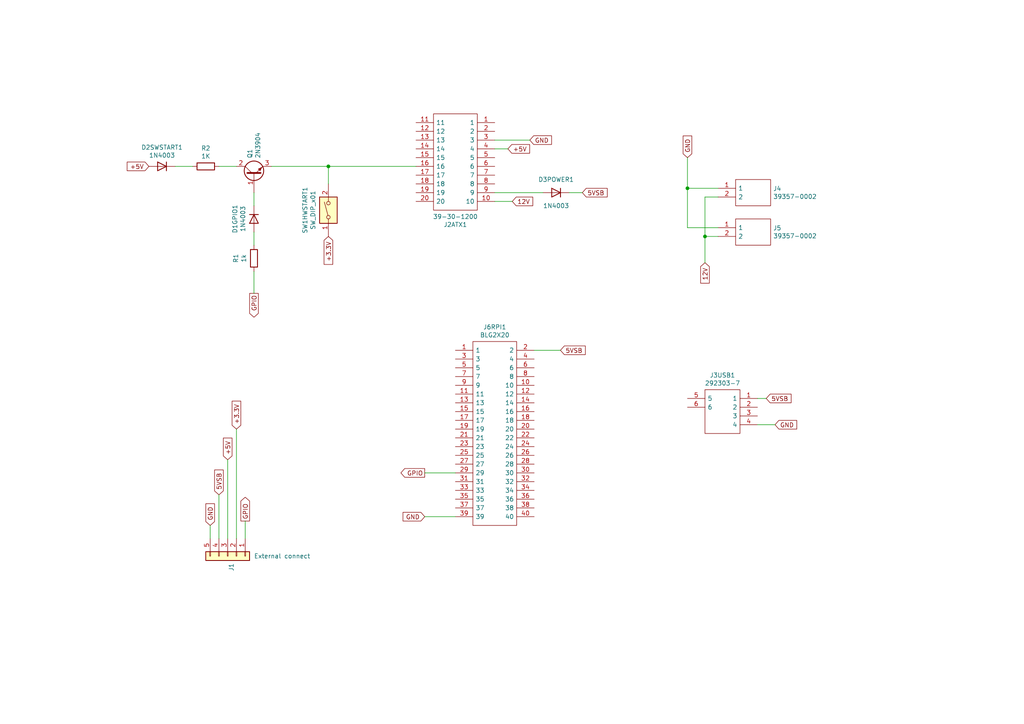
<source format=kicad_sch>
(kicad_sch (version 20211123) (generator eeschema)
  (paper "A4")
  (title_block (title "RPi Zero ATX Hat") (date "2022-12-09") (rev "1.0") (company "Pavel Mlcoch"))
  (lib_symbols
    (symbol "ANET_ATX-rescue:292303-7-SamacSys_Parts" (pin_names (offset 0.762))
      (property "Reference" "J" (at 16.51 7.62 0))
      (property "Value" "292303-7-SamacSys_Parts" (at 16.51 5.08 0))
      (symbol "292303-7-SamacSys_Parts_0_0"
        (pin passive line (at 20.32 0 180) (length 5.08) (name "1") (number "1"))
        (pin passive line (at 20.32 -2.54 180) (length 5.08) (name "2") (number "2"))
        (pin passive line (at 20.32 -5.08 180) (length 5.08) (name "3") (number "3"))
        (pin passive line (at 20.32 -7.62 180) (length 5.08) (name "4") (number "4"))
        (pin passive line (at 0 0 0) (length 5.08) (name "5") (number "5"))
        (pin passive line (at 0 -2.54 0) (length 5.08) (name "6") (number "6"))
      )
      (symbol "292303-7-SamacSys_Parts_0_1"
        (polyline (pts (xy 5.08 2.54) (xy 15.24 2.54) (xy 15.24 -10.16) (xy 5.08 -10.16) (xy 5.08 2.54)) (stroke (width 0.1524)))
      )
    )
    (symbol "ANET_ATX-rescue:39-30-1200-SamacSys_Parts" (pin_names (offset 0.762))
      (property "Reference" "J" (at 19.05 7.62 0))
      (property "Value" "39-30-1200-SamacSys_Parts" (at 19.05 5.08 0))
      (symbol "39-30-1200-SamacSys_Parts_0_0"
        (pin passive line (at 0 -22.86 0) (length 5.08) (name "1") (number "1"))
        (pin passive line (at 0 0 0) (length 5.08) (name "10") (number "10"))
        (pin passive line (at 22.86 -22.86 180) (length 5.08) (name "11") (number "11"))
        (pin passive line (at 22.86 -20.32 180) (length 5.08) (name "12") (number "12"))
        (pin passive line (at 22.86 -17.78 180) (length 5.08) (name "13") (number "13"))
        (pin passive line (at 22.86 -15.24 180) (length 5.08) (name "14") (number "14"))
        (pin passive line (at 22.86 -12.7 180) (length 5.08) (name "15") (number "15"))
        (pin passive line (at 22.86 -10.16 180) (length 5.08) (name "16") (number "16"))
        (pin passive line (at 22.86 -7.62 180) (length 5.08) (name "17") (number "17"))
        (pin passive line (at 22.86 -5.08 180) (length 5.08) (name "18") (number "18"))
        (pin passive line (at 22.86 -2.54 180) (length 5.08) (name "19") (number "19"))
        (pin passive line (at 0 -20.32 0) (length 5.08) (name "2") (number "2"))
        (pin passive line (at 22.86 0 180) (length 5.08) (name "20") (number "20"))
        (pin passive line (at 0 -17.78 0) (length 5.08) (name "3") (number "3"))
        (pin passive line (at 0 -15.24 0) (length 5.08) (name "4") (number "4"))
        (pin passive line (at 0 -12.7 0) (length 5.08) (name "5") (number "5"))
        (pin passive line (at 0 -10.16 0) (length 5.08) (name "6") (number "6"))
        (pin passive line (at 0 -7.62 0) (length 5.08) (name "7") (number "7"))
        (pin passive line (at 0 -5.08 0) (length 5.08) (name "8") (number "8"))
        (pin passive line (at 0 -2.54 0) (length 5.08) (name "9") (number "9"))
      )
      (symbol "39-30-1200-SamacSys_Parts_0_1"
        (polyline (pts (xy 5.08 2.54) (xy 17.78 2.54) (xy 17.78 -25.4) (xy 5.08 -25.4) (xy 5.08 2.54)) (stroke (width 0.1524)))
      )
    )
    (symbol "ANET_ATX-rescue:39357-0002-SamacSys_Parts" (pin_names (offset 0.762))
      (property "Reference" "J" (at 16.51 7.62 0))
      (property "Value" "39357-0002-SamacSys_Parts" (at 16.51 5.08 0))
      (symbol "39357-0002-SamacSys_Parts_0_0"
        (pin passive line (at 0 0 0) (length 5.08) (name "1") (number "1"))
        (pin passive line (at 0 -2.54 0) (length 5.08) (name "2") (number "2"))
      )
      (symbol "39357-0002-SamacSys_Parts_0_1"
        (polyline (pts (xy 5.08 2.54) (xy 15.24 2.54) (xy 15.24 -5.08) (xy 5.08 -5.08) (xy 5.08 2.54)) (stroke (width 0.1524)))
      )
    )
    (symbol "ANET_ATX-rescue:BLG2X20-SamacSys_Parts" (pin_names (offset 0.762))
      (property "Reference" "J" (at 19.05 7.62 0))
      (property "Value" "BLG2X20-SamacSys_Parts" (at 19.05 5.08 0))
      (symbol "BLG2X20-SamacSys_Parts_0_0"
        (pin passive line (at 0 0 0) (length 5.08) (name "1") (number "1"))
        (pin passive line (at 22.86 -10.16 180) (length 5.08) (name "10") (number "10"))
        (pin passive line (at 0 -12.7 0) (length 5.08) (name "11") (number "11"))
        (pin passive line (at 22.86 -12.7 180) (length 5.08) (name "12") (number "12"))
        (pin passive line (at 0 -15.24 0) (length 5.08) (name "13") (number "13"))
        (pin passive line (at 22.86 -15.24 180) (length 5.08) (name "14") (number "14"))
        (pin passive line (at 0 -17.78 0) (length 5.08) (name "15") (number "15"))
        (pin passive line (at 22.86 -17.78 180) (length 5.08) (name "16") (number "16"))
        (pin passive line (at 0 -20.32 0) (length 5.08) (name "17") (number "17"))
        (pin passive line (at 22.86 -20.32 180) (length 5.08) (name "18") (number "18"))
        (pin passive line (at 0 -22.86 0) (length 5.08) (name "19") (number "19"))
        (pin passive line (at 22.86 0 180) (length 5.08) (name "2") (number "2"))
        (pin passive line (at 22.86 -22.86 180) (length 5.08) (name "20") (number "20"))
        (pin passive line (at 0 -25.4 0) (length 5.08) (name "21") (number "21"))
        (pin passive line (at 22.86 -25.4 180) (length 5.08) (name "22") (number "22"))
        (pin passive line (at 0 -27.94 0) (length 5.08) (name "23") (number "23"))
        (pin passive line (at 22.86 -27.94 180) (length 5.08) (name "24") (number "24"))
        (pin passive line (at 0 -30.48 0) (length 5.08) (name "25") (number "25"))
        (pin passive line (at 22.86 -30.48 180) (length 5.08) (name "26") (number "26"))
        (pin passive line (at 0 -33.02 0) (length 5.08) (name "27") (number "27"))
        (pin passive line (at 22.86 -33.02 180) (length 5.08) (name "28") (number "28"))
        (pin passive line (at 0 -35.56 0) (length 5.08) (name "29") (number "29"))
        (pin passive line (at 0 -2.54 0) (length 5.08) (name "3") (number "3"))
        (pin passive line (at 22.86 -35.56 180) (length 5.08) (name "30") (number "30"))
        (pin passive line (at 0 -38.1 0) (length 5.08) (name "31") (number "31"))
        (pin passive line (at 22.86 -38.1 180) (length 5.08) (name "32") (number "32"))
        (pin passive line (at 0 -40.64 0) (length 5.08) (name "33") (number "33"))
        (pin passive line (at 22.86 -40.64 180) (length 5.08) (name "34") (number "34"))
        (pin passive line (at 0 -43.18 0) (length 5.08) (name "35") (number "35"))
        (pin passive line (at 22.86 -43.18 180) (length 5.08) (name "36") (number "36"))
        (pin passive line (at 0 -45.72 0) (length 5.08) (name "37") (number "37"))
        (pin passive line (at 22.86 -45.72 180) (length 5.08) (name "38") (number "38"))
        (pin passive line (at 0 -48.26 0) (length 5.08) (name "39") (number "39"))
        (pin passive line (at 22.86 -2.54 180) (length 5.08) (name "4") (number "4"))
        (pin passive line (at 22.86 -48.26 180) (length 5.08) (name "40") (number "40"))
        (pin passive line (at 0 -5.08 0) (length 5.08) (name "5") (number "5"))
        (pin passive line (at 22.86 -5.08 180) (length 5.08) (name "6") (number "6"))
        (pin passive line (at 0 -7.62 0) (length 5.08) (name "7") (number "7"))
        (pin passive line (at 22.86 -7.62 180) (length 5.08) (name "8") (number "8"))
        (pin passive line (at 0 -10.16 0) (length 5.08) (name "9") (number "9"))
      )
      (symbol "BLG2X20-SamacSys_Parts_0_1"
        (polyline (pts (xy 5.08 2.54) (xy 17.78 2.54) (xy 17.78 -50.8) (xy 5.08 -50.8) (xy 5.08 2.54)) (stroke (width 0.1524)))
      )
    )
    (symbol "Connector_Generic:Conn_01x05" (pin_names (offset 1.016) hide)
      (property "Reference" "J" (at 0 7.62 0))
      (property "Value" "Conn_01x05" (at 0 -7.62 0))
      (symbol "Conn_01x05_1_1"
        (rectangle (start -1.27 -4.953) (end 0 -5.207) (stroke (width 0.1524)))
        (rectangle (start -1.27 -2.413) (end 0 -2.667) (stroke (width 0.1524)))
        (rectangle (start -1.27 0.127) (end 0 -0.127) (stroke (width 0.1524)))
        (rectangle (start -1.27 2.667) (end 0 2.413) (stroke (width 0.1524)))
        (rectangle (start -1.27 5.207) (end 0 4.953) (stroke (width 0.1524)))
        (rectangle (start -1.27 6.35) (end 1.27 -6.35) (stroke (width 0.254)) (fill (type background)))
        (pin passive line (at -5.08 5.08 0) (length 3.81) (name "Pin_1") (number "1"))
        (pin passive line (at -5.08 2.54 0) (length 3.81) (name "Pin_2") (number "2"))
        (pin passive line (at -5.08 0 0) (length 3.81) (name "Pin_3") (number "3"))
        (pin passive line (at -5.08 -2.54 0) (length 3.81) (name "Pin_4") (number "4"))
        (pin passive line (at -5.08 -5.08 0) (length 3.81) (name "Pin_5") (number "5"))
      )
    )
    (symbol "Device:Q_NPN_BCE" (pin_names (offset 0) hide)
      (property "Reference" "Q" (at 5.08 1.27 0))
      (property "Value" "Q_NPN_BCE" (at 5.08 -1.27 0))
      (symbol "Q_NPN_BCE_0_1"
        (polyline (pts (xy 0.635 0.635) (xy 2.54 2.54)))
        (polyline (pts (xy 0.635 -0.635) (xy 2.54 -2.54) (xy 2.54 -2.54)))
        (polyline (pts (xy 0.635 1.905) (xy 0.635 -1.905) (xy 0.635 -1.905)) (stroke (width 0.508)))
        (polyline (pts (xy 1.27 -1.778) (xy 1.778 -1.27) (xy 2.286 -2.286) (xy 1.27 -1.778) (xy 1.27 -1.778)) (fill (type outline)))
        (circle (center 1.27 0) (radius 2.8194) (stroke (width 0.254)))
      )
      (symbol "Q_NPN_BCE_1_1"
        (pin input line (at -5.08 0 0) (length 5.715) (name "B") (number "1"))
        (pin passive line (at 2.54 5.08 270) (length 2.54) (name "C") (number "2"))
        (pin passive line (at 2.54 -5.08 90) (length 2.54) (name "E") (number "3"))
      )
    )
    (symbol "Device:R" (pin_numbers hide) (pin_names (offset 0))
      (property "Reference" "R" (at 2.032 0 90))
      (property "Value" "R" (at 0 0 90))
      (symbol "R_0_1"
        (rectangle (start -1.016 -2.54) (end 1.016 2.54) (stroke (width 0.254)))
      )
      (symbol "R_1_1"
        (pin passive line (at 0 3.81 270) (length 1.27) (name "~") (number "1"))
        (pin passive line (at 0 -3.81 90) (length 1.27) (name "~") (number "2"))
      )
    )
    (symbol "Diode:1N4003" (pin_numbers hide) (pin_names hide)
      (property "Reference" "D" (at 0 2.54 0))
      (property "Value" "1N4003" (at 0 -2.54 0))
      (symbol "1N4003_0_1"
        (polyline (pts (xy -1.27 1.27) (xy -1.27 -1.27)) (stroke (width 0.254)))
        (polyline (pts (xy 1.27 0) (xy -1.27 0)))
        (polyline (pts (xy 1.27 1.27) (xy 1.27 -1.27) (xy -1.27 0) (xy 1.27 1.27)) (stroke (width 0.254)))
      )
      (symbol "1N4003_1_1"
        (pin passive line (at -3.81 0 0) (length 2.54) (name "K") (number "1"))
        (pin passive line (at 3.81 0 180) (length 2.54) (name "A") (number "2"))
      )
    )
    (symbol "Switch:SW_DIP_x01" (pin_names (offset 0) hide)
      (property "Reference" "SW" (at 0 3.81 0))
      (property "Value" "SW_DIP_x01" (at 0 -3.81 0))
      (symbol "SW_DIP_x01_0_0"
        (circle (center -2.032 0) (radius 0.508))
        (polyline (pts (xy -1.524 0.127) (xy 2.3622 1.1684)))
        (circle (center 2.032 0) (radius 0.508))
      )
      (symbol "SW_DIP_x01_0_1"
        (rectangle (start -3.81 2.54) (end 3.81 -2.54) (stroke (width 0.254)) (fill (type background)))
      )
      (symbol "SW_DIP_x01_1_1"
        (pin passive line (at -7.62 0 0) (length 5.08) (name "~") (number "1"))
        (pin passive line (at 7.62 0 180) (length 5.08) (name "~") (number "2"))
      )
    )
  )
  (junction (at 204.47 68.58))
  (junction (at 95.25 48.26))
  (junction (at 199.39 54.61))
  (wire (pts (xy 224.79 123.19) (xy 219.71 123.19)))
  (wire (pts (xy 204.47 68.58) (xy 204.47 76.2)))
  (wire (pts (xy 157.48 55.88) (xy 143.51 55.88)))
  (wire (pts (xy 63.5 156.21) (xy 63.5 143.51)))
  (wire (pts (xy 165.1 55.88) (xy 168.91 55.88)))
  (wire (pts (xy 123.19 137.16) (xy 132.08 137.16)))
  (wire (pts (xy 199.39 45.72) (xy 199.39 54.61)))
  (wire (pts (xy 154.94 101.6) (xy 162.56 101.6)))
  (wire (pts (xy 120.65 48.26) (xy 95.25 48.26)))
  (wire (pts (xy 208.28 57.15) (xy 204.47 57.15)))
  (wire (pts (xy 199.39 66.04) (xy 208.28 66.04)))
  (wire (pts (xy 60.96 152.4) (xy 60.96 156.21)))
  (wire (pts (xy 78.74 48.26) (xy 95.25 48.26)))
  (wire (pts (xy 143.51 40.64) (xy 153.67 40.64)))
  (wire (pts (xy 63.5 48.26) (xy 68.58 48.26)))
  (wire (pts (xy 73.66 59.69) (xy 73.66 55.88)))
  (wire (pts (xy 148.59 58.42) (xy 143.51 58.42)))
  (wire (pts (xy 95.25 48.26) (xy 95.25 53.34)))
  (wire (pts (xy 219.71 115.57) (xy 222.25 115.57)))
  (wire (pts (xy 199.39 54.61) (xy 208.28 54.61)))
  (wire (pts (xy 66.04 133.35) (xy 66.04 156.21)))
  (wire (pts (xy 204.47 68.58) (xy 208.28 68.58)))
  (wire (pts (xy 147.32 43.18) (xy 143.51 43.18)))
  (wire (pts (xy 73.66 71.12) (xy 73.66 67.31)))
  (wire (pts (xy 50.8 48.26) (xy 55.88 48.26)))
  (wire (pts (xy 204.47 57.15) (xy 204.47 68.58)))
  (wire (pts (xy 123.19 149.86) (xy 132.08 149.86)))
  (wire (pts (xy 68.58 124.46) (xy 68.58 156.21)))
  (wire (pts (xy 199.39 54.61) (xy 199.39 66.04)))
  (wire (pts (xy 71.12 151.13) (xy 71.12 156.21)))
  (wire (pts (xy 73.66 85.09) (xy 73.66 78.74)))
  (global_label "+3.3V" (shape input) (at 95.25 68.58 270) (property "Intersheet References" "${INTERSHEET_REFS}" (effects hide)))
  (global_label "12V" (shape input) (at 148.59 58.42 0) (property "Intersheet References" "${INTERSHEET_REFS}" (effects hide)))
  (global_label "GND" (shape input) (at 60.96 152.4 90) (property "Intersheet References" "${INTERSHEET_REFS}" (effects hide)))
  (global_label "GND" (shape input) (at 224.79 123.19 0) (property "Intersheet References" "${INTERSHEET_REFS}" (effects hide)))
  (global_label "+5V" (shape input) (at 43.18 48.26 180) (property "Intersheet References" "${INTERSHEET_REFS}" (effects hide)))
  (global_label "GND" (shape input) (at 153.67 40.64 0) (property "Intersheet References" "${INTERSHEET_REFS}" (effects hide)))
  (global_label "GND" (shape input) (at 199.39 45.72 90) (property "Intersheet References" "${INTERSHEET_REFS}" (effects hide)))
  (global_label "5VSB" (shape input) (at 63.5 143.51 90) (property "Intersheet References" "${INTERSHEET_REFS}" (effects hide)))
  (global_label "5VSB" (shape input) (at 168.91 55.88 0) (property "Intersheet References" "${INTERSHEET_REFS}" (effects hide)))
  (global_label "GPIO" (shape output) (at 123.19 137.16 180) (property "Intersheet References" "${INTERSHEET_REFS}" (effects hide)))
  (global_label "GPIO" (shape output) (at 71.12 151.13 90) (property "Intersheet References" "${INTERSHEET_REFS}" (effects hide)))
  (global_label "GND" (shape input) (at 123.19 149.86 180) (property "Intersheet References" "${INTERSHEET_REFS}" (effects hide)))
  (global_label "GPIO" (shape output) (at 73.66 85.09 270) (property "Intersheet References" "${INTERSHEET_REFS}" (effects hide)))
  (global_label "+5V" (shape input) (at 66.04 133.35 90) (property "Intersheet References" "${INTERSHEET_REFS}" (effects hide)))
  (global_label "+5V" (shape input) (at 147.32 43.18 0) (property "Intersheet References" "${INTERSHEET_REFS}" (effects hide)))
  (global_label "12V" (shape input) (at 204.47 76.2 270) (property "Intersheet References" "${INTERSHEET_REFS}" (effects hide)))
  (global_label "5VSB" (shape input) (at 162.56 101.6 0) (property "Intersheet References" "${INTERSHEET_REFS}" (effects hide)))
  (global_label "+3.3V" (shape input) (at 68.58 124.46 90) (property "Intersheet References" "${INTERSHEET_REFS}" (effects hide)))
  (global_label "5VSB" (shape input) (at 222.25 115.57 0) (property "Intersheet References" "${INTERSHEET_REFS}" (effects hide)))
  (symbol (lib_id "Diode:1N4003") (at 73.66 63.5 90) (mirror x) (unit 1)
    (property "Reference" "D1GPIO1" (at 68.1482 63.5 0))
    (property "Value" "1N4003" (at 70.4596 63.5 0))
    (property "Footprint" "LED_THT:LED_D3.0mm" (effects hide))
    (property "Datasheet" "http://www.vishay.com/docs/88503/1n4001.pdf" (effects hide))
  )
  (symbol (lib_id "Device:R") (at 73.66 74.93 0) (unit 1)
    (property "Reference" "R1" (at 68.4022 74.93 90))
    (property "Value" "1k" (at 70.7136 74.93 90))
    (property "Footprint" "Resistor_THT:R_Axial_DIN0207_L6.3mm_D2.5mm_P7.62mm_Horizontal" (effects hide))
  )
  (symbol (lib_id "Device:Q_NPN_BCE") (at 73.66 50.8 90) (unit 1)
    (property "Reference" "Q1" (at 72.4916 45.9486 0) (effects (justify left)))
    (property "Value" "2N3904" (at 74.803 45.9486 0) (effects (justify left)))
    (property "Footprint" "Package_TO_SOT_THT:TO-92_Inline" (effects hide))
  )
  (symbol (lib_id "Device:R") (at 59.69 48.26 270) (unit 1)
    (property "Reference" "R2" (at 59.69 43.0022 90))
    (property "Value" "1K" (at 59.69 45.3136 90))
    (property "Footprint" "Resistor_THT:R_Axial_DIN0207_L6.3mm_D2.5mm_P7.62mm_Horizontal" (effects hide))
  )
  (symbol (lib_id "Diode:1N4003") (at 161.29 55.88 0) (mirror y) (unit 1)
    (property "Reference" "D3POWER1" (at 161.29 52.07 0))
    (property "Value" "1N4003" (at 161.29 59.69 0))
    (property "Footprint" "LED_THT:LED_D3.0mm" (effects hide))
    (property "Datasheet" "http://www.vishay.com/docs/88503/1n4001.pdf" (effects hide))
  )
  (symbol (lib_id "Diode:1N4003") (at 46.99 48.26 0) (mirror y) (unit 1)
    (property "Reference" "D2SWSTART1" (at 46.99 42.7482 0))
    (property "Value" "1N4003" (at 46.99 45.0596 0))
    (property "Footprint" "LED_THT:LED_D3.0mm" (effects hide))
    (property "Datasheet" "http://www.vishay.com/docs/88503/1n4001.pdf" (effects hide))
  )
  (symbol (lib_id "Switch:SW_DIP_x01") (at 95.25 60.96 90) (unit 1)
    (property "Reference" "SW1HWSTART1" (at 88.4682 60.96 0))
    (property "Value" "SW_DIP_x01" (at 90.7796 60.96 0))
    (property "Footprint" "Button_Switch_THT:SW_DIP_SPSTx01_Slide_6.7x4.1mm_W7.62mm_P2.54mm_LowProfile" (effects hide))
  )
  (symbol (lib_id "Connector_Generic:Conn_01x05") (at 66.04 161.29 270) (unit 1)
    (property "Reference" "J1" (at 67.1068 163.322 0) (effects (justify left)))
    (property "Value" "External connect" (at 73.66 161.29 90) (effects (justify left)))
    (property "Footprint" "Connector_PinHeader_2.54mm:PinHeader_1x05_P2.54mm_Vertical" (effects hide))
  )
  (symbol (lib_id "ANET_ATX-rescue:39-30-1200-SamacSys_Parts") (at 143.51 58.42 180) (unit 1)
    (property "Reference" "J2ATX1" (at 132.08 65.151 0))
    (property "Value" "39-30-1200" (at 132.08 62.8396 0))
    (property "Footprint" "SamacSys_Parts:39-30-120Y_012" (effects hide))
    (property "Datasheet" "https://www.molex.com/pdm_docs/sd/039300020_sd.pdf" (effects hide))
    (property "Description" "Mini-Fit Jr. Header, Dual Row, Right-Angle, with Snap-in Plastic Peg PCB Lock, 20 Circuits, PA Polyamide Nylon 6/6 94V-0" (effects hide))
    (property "Height" "10" (effects hide))
    (property "Manufacturer_Name" "Molex" (effects hide))
    (property "Manufacturer_Part_Number" "39-30-1200" (effects hide))
    (property "Mouser Part Number" "538-39-30-1200" (effects hide))
    (property "Mouser Price/Stock" "https://www.mouser.co.uk/ProductDetail/Molex/39-30-1200?qs=53in8j6h7oR6C0HbBr5XgQ%3D%3D" (effects hide))
  )
  (symbol (lib_id "ANET_ATX-rescue:292303-7-SamacSys_Parts") (at 199.39 115.57 0) (unit 1)
    (property "Reference" "J3USB1" (at 209.55 108.839 0))
    (property "Value" "292303-7" (at 209.55 111.1504 0))
    (property "Footprint" "SamacSys_Parts:2923037" (effects hide))
    (property "Datasheet" "https://www.te.com/commerce/DocumentDelivery/DDEController?Action=showdoc&DocId=Customer+Drawing%7F292303%7FE12%7Fpdf%7FEnglish%7FENG_CD_292303_E12.pdf%7F292303-7" (effects hide))
    (property "Description" "Type A USB right angled PCB receptacle" (effects hide))
    (property "Height" "7.01" (effects hide))
    (property "Manufacturer_Name" "TE Connectivity" (effects hide))
    (property "Manufacturer_Part_Number" "292303-7" (effects hide))
    (property "Mouser Part Number" "571-292303-7" (effects hide))
    (property "Mouser Price/Stock" "https://www.mouser.co.uk/ProductDetail/TE-Connectivity/292303-7?qs=e6gk%2FTaAuqWZCg5WWmtijA%3D%3D" (effects hide))
    (property "Arrow Part Number" "292303-7" (effects hide))
    (property "Arrow Price/Stock" "https://www.arrow.com/en/products/292303-7/te-connectivity" (effects hide))
  )
  (symbol (lib_id "ANET_ATX-rescue:39357-0002-SamacSys_Parts") (at 208.28 54.61 0) (unit 1)
    (property "Reference" "J4" (at 224.2312 54.7116 0) (effects (justify left)))
    (property "Value" "39357-0002" (at 224.2312 57.023 0) (effects (justify left)))
    (property "Footprint" "SamacSys_Parts:393570002" (effects hide))
    (property "Datasheet" "https://www.molex.com/pdm_docs/sd/393570002_sd.pdf" (effects hide))
    (property "Description" "3.50mm Pitch Beau Eurostyle Fixed Mount PCB Terminal Block,  Circuits" (effects hide))
    (property "Height" "8.64" (effects hide))
    (property "Manufacturer_Name" "Molex" (effects hide))
    (property "Manufacturer_Part_Number" "39357-0002" (effects hide))
    (property "Mouser Part Number" "538-39357-0002" (effects hide))
    (property "Mouser Price/Stock" "https://www.mouser.co.uk/ProductDetail/Molex/39357-0002?qs=c7V%252BsbZfmqvL0V%252BWJEAGdg%3D%3D" (effects hide))
  )
  (symbol (lib_id "ANET_ATX-rescue:39357-0002-SamacSys_Parts") (at 208.28 66.04 0) (unit 1)
    (property "Reference" "J5" (at 224.2312 66.1416 0) (effects (justify left)))
    (property "Value" "39357-0002" (at 224.2312 68.453 0) (effects (justify left)))
    (property "Footprint" "SamacSys_Parts:393570002" (effects hide))
    (property "Datasheet" "https://www.molex.com/pdm_docs/sd/393570002_sd.pdf" (effects hide))
    (property "Description" "3.50mm Pitch Beau Eurostyle Fixed Mount PCB Terminal Block,  Circuits" (effects hide))
    (property "Height" "8.64" (effects hide))
    (property "Manufacturer_Name" "Molex" (effects hide))
    (property "Manufacturer_Part_Number" "39357-0002" (effects hide))
    (property "Mouser Part Number" "538-39357-0002" (effects hide))
    (property "Mouser Price/Stock" "https://www.mouser.co.uk/ProductDetail/Molex/39357-0002?qs=c7V%252BsbZfmqvL0V%252BWJEAGdg%3D%3D" (effects hide))
  )
  (symbol (lib_id "ANET_ATX-rescue:BLG2X20-SamacSys_Parts") (at 132.08 101.6 0) (unit 1)
    (property "Reference" "J6RPI1" (at 143.51 94.869 0))
    (property "Value" "BLG2X20" (at 143.51 97.1804 0))
    (property "Footprint" "SamacSys_Parts:RHDR40W64P254X254_2X20_5130X500X865P" (effects hide))
    (property "Datasheet" "https://asset.conrad.com/media10/add/160267/c1/-/en/001492280DS01/datablad-1492280-econ-connect-female-header-standaard-aantal-rijen-2-aantal-polen-per-rij-20-blg2x20-1-stuks.pdf" (effects hide))
    (property "Description" "Female header 2x20 p straight" (effects hide))
    (property "Height" "8.65" (effects hide))
    (property "Manufacturer_Name" "Econ Connect" (effects hide))
    (property "Manufacturer_Part_Number" "BLG2X20" (effects hide))
  )
)
</source>
